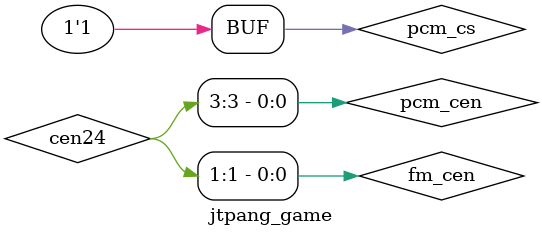
<source format=v>

/*  This file is part of JTCORES.
    JTCORES program is free software: you can redistribute it and/or modify
    it under the terms of the GNU General Public License as published by
    the Free Software Foundation, either version 3 of the License, or
    ( at your option) any later version.

    JTCORES program is distributed in the hope that it will be useful,
    but WITHOUT ANY WARRANTY; without even the implied warranty of
    MERCHANTABILITY or FITNESS FOR A PARTICULAR PURPOSE.  See the
    GNU General Public License for more details.

    You should have received a copy of the GNU General Public License
    along with JTCORES.  If not, see <http://www.gnu.org/licenses/>.

    Author: Jose Tejada Gomez. Twitter: @topapate
    Version: 1.0
    Date: 21-5-2022 */

module jtpang_game(
    `include "jtframe_game_ports.inc" // see $JTFRAME/hdl/inc/jtframe_game_ports.inc
);

// clock enable signals
wire [ 3:0] n;
wire [ 3:0] m;
wire [ 3:0] cen24;
wire        pcm_cen, fm_cen;

// CPU bus
wire [ 7:0] cpu_dout, pcm_dout,
            vram_dout, attr_dout, pal_dout;
wire        fm_cs, oki_cs,
            cpu_rnw, busrq, int_n,
            pal_cs, vram_msb, vram_cs, attr_cs;
wire [11:0] cpu_addr;
wire        kabuki_we, is_obj;
wire        char_en, obj_en, video_en, pal_bank;
wire        dma_go, busak_n, busrq_n;
wire [ 8:0] h;

// SDRAM / board configuration
reg  [ 1:0] ctrl_type;
reg         init_n, kabuki_en, LVBLl;
wire        pcm_bank, flip;
reg  [ 8:0] frame_cnt;
reg         ram_done = 0;

assign fm_cen     = cen24[1];
assign pcm_cen    = cen24[3];
assign debug_view = { 6'd0, ctrl_type };// debug_bus[0] ? mouse_1p[15:8] : mouse_1p[7:0];
assign dip_flip   = flip;
assign pcm_cs     = 1;
// ROM download
assign kabuki_we  = ioctl_wr && header && ioctl_addr[3:0]<11;

// The sound uses the 24 MHz clock
jtframe_frac_cen #( .W( 4), .WC( 4)) u_cen24(
    .clk  ( clk24  ),
    .n    ( 4'd1   ),
    .m    ( 4'd3   ),
    .cen  ( cen24  ),
    .cenb (        )
);

always @(posedge clk) begin
    if( kabuki_we && ioctl_addr[3:0]==0 )
        kabuki_en <= ioctl_dout!=0;
    if( ioctl_addr==15 && ioctl_wr && !ioctl_ram && header ) ctrl_type <= ioctl_dout[1:0];
end

always @(posedge clk) begin
    LVBLl  <= LVBL;
    if( ioctl_wr ) begin
        if( ioctl_ram ) ram_done <= 1; else frame_cnt <= 0;
        init_n <= 1;
    end else if( !LVBL & LVBLl ) begin
        if( ~&frame_cnt ) frame_cnt <= frame_cnt + 1'd1;
        init_n <= ram_done |  &frame_cnt;
    end
end

jtpang_main u_main(
    .rst         ( rst          ),
    .clk         ( clk          ),
    .cpu_cen     ( pxl_cen      ),
    .int_n       ( int_n        ),
    .ctrl_type   ( ctrl_type    ),

    .cpu_addr    ( cpu_addr     ),
    .cpu_rnw     ( cpu_rnw      ),
    .cpu_dout    ( cpu_dout     ),

    .flip        ( flip         ),
    .LVBL        ( LVBL         ),
    .LHBL        ( LHBL         ),
    .hcnt        ( h[2:0]       ),
    .dip_pause   ( dip_pause    ),
    .init_n      ( init_n       ),

    .char_en     ( char_en      ),
    .obj_en      ( obj_en       ),
    .video_enq   ( video_en     ),

    .attr_cs     ( attr_cs      ),
    .vram_cs     ( vram_cs      ),
    .vram_msb    ( vram_msb     ),
    .pal_cs      ( pal_cs       ),
    .pal_bank    ( pal_bank     ),
    .attr_dout   ( attr_dout    ),
    .pal_dout    ( pal_dout     ),
    .vram_dout   ( vram_dout    ),

    // Sound
    .fm_cs       ( fm_cs        ),
    .pcm_cs      ( oki_cs       ),
    .pcm_bank    ( pcm_bank     ),
    .pcm_dout    ( pcm_dout     ),

    // DMA
    .dma_go      ( dma_go       ),
    .busrq_n     ( ~busrq       ),
    .busak_n     ( busak_n      ),

    .joystick1   ( joystick1    ),
    .joystick2   ( joystick2    ),
    .cab_1p      ( cab_1p[1:0]  ),
    .coin        ( coin[0]      ),
    .service     ( service      ),
    .test        ( dip_test     ),

    .mouse_1p    ( mouse_1p[7:0]),
    .mouse_2p    ( mouse_2p[7:0]),

    // NVRAM
    .prog_addr   ( ioctl_addr[12:0] ),
    .prog_data   ( ioctl_dout   ),
    .prog_din    ( ioctl_din    ),
    .prog_we     ( ioctl_wr     ),
    .prog_ram    ( ioctl_ram    ),

    .kabuki_we   ( kabuki_we    ),
    .kabuki_en   ( kabuki_en    ),

    .debug_bus   ( debug_bus    ),
    // ROM
    .rom_addr    ( main_addr    ),
    .rom_cs      ( main_cs      ),
    .rom_data    ( main_data    ),
    .rom_ok      ( main_ok      )
);

`ifndef NOSOUND
jtpang_snd u_snd(
    .rst        ( rst24         ),
    .clk        ( clk24         ),
    .fm_cen     ( fm_cen        ),
    .pcm_cen    ( pcm_cen       ),

    .cpu_dout   ( cpu_dout      ),
    .wr_n       ( cpu_rnw       ),
    .a0         ( cpu_addr[0]   ),
    .fm_cs      ( fm_cs         ),
    .pcm_dout   ( pcm_dout      ),
    .pcm_cs     ( oki_cs        ),

    .enable_fm  ( enable_fm     ),
    .enable_psg ( enable_psg    ),

    .rom_addr   ( pcm_addr      ),
    .rom_data   ( pcm_data      ),
    .rom_ok     ( pcm_ok        ),

    .fm         ( fm            ),
    .pcm        ( pcm           )
);
`else
    assign pcm_addr = 0;
    assign sample   = 0;
    assign game_led = 0;
    assign snd      = 0;
    assign pcm_dout = 0;
`endif

jtpang_video u_video(
    .rst        ( rst           ),
    .clk        ( clk           ),

    .pxl2_cen   ( pxl2_cen      ),
    .pxl_cen    ( pxl_cen       ),
    .int_n      ( int_n         ),

    .LHBL       ( LHBL          ),
    .LVBL       ( LVBL          ),
    .HS         ( HS            ),
    .VS         ( VS            ),
    .h          ( h             ),
    .flip       ( flip          ),
    .video_en   ( video_en      ),
    .char_en    ( char_en       ),

    .pal_bank   ( pal_bank      ),
    .pal_cs     ( pal_cs        ),
    .vram_msb   ( vram_msb      ),
    .vram_cs    ( vram_cs       ),
    .attr_cs    ( attr_cs       ),
    .wr_n       ( cpu_rnw       ),
    .cpu_addr   ( cpu_addr      ),
    .cpu_dout   ( cpu_dout      ),
    .vram_dout  ( vram_dout     ),
    .attr_dout  ( attr_dout     ),
    .pal_dout   ( pal_dout      ),

    .dma_go     ( dma_go        ),
    .busak_n    ( busak_n       ),
    .busrq      ( busrq         ),

    .char_addr  ( char_addr     ),
    .char_data  ( char_data     ),
    .char_cs    ( char_cs       ),

    .obj_addr   ( obj_addr      ),
    .obj_data   ( obj_data      ),
    .obj_cs     ( obj_cs        ),
    .obj_ok     ( obj_ok        ),

    .red        ( red           ),
    .green      ( green         ),
    .blue       ( blue          ),
    .gfx_en     ( gfx_en        )
);

endmodule

</source>
